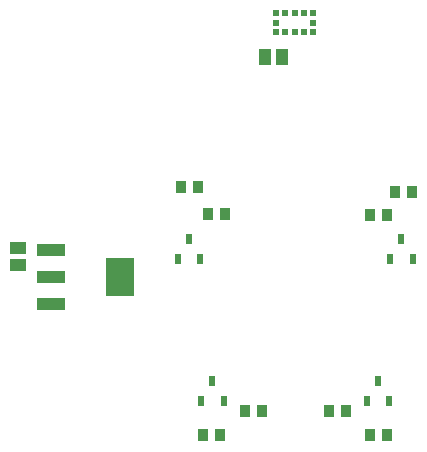
<source format=gtp>
G04 Layer_Color=7318015*
%FSLAX24Y24*%
%MOIN*%
G70*
G01*
G75*
%ADD10R,0.0433X0.0532*%
%ADD11R,0.0945X0.0394*%
%ADD12R,0.0945X0.1299*%
%ADD13R,0.0532X0.0433*%
%ADD14R,0.0354X0.0413*%
%ADD15R,0.0236X0.0354*%
%ADD16R,0.0236X0.0354*%
%ADD17R,0.0197X0.0197*%
D10*
X23189Y31535D02*
D03*
X22638D02*
D03*
D11*
X15512Y25118D02*
D03*
Y24213D02*
D03*
Y23307D02*
D03*
D12*
X17795Y24213D02*
D03*
D13*
X14409Y24606D02*
D03*
Y25157D02*
D03*
D14*
X26959Y27047D02*
D03*
X27530D02*
D03*
X26132Y26260D02*
D03*
X26703D02*
D03*
X19833Y27205D02*
D03*
X20404D02*
D03*
X24754Y19724D02*
D03*
X25325D02*
D03*
X26132Y18937D02*
D03*
X26703D02*
D03*
X21959Y19724D02*
D03*
X22530D02*
D03*
X20581Y18937D02*
D03*
X21152D02*
D03*
X20738Y26299D02*
D03*
X21309D02*
D03*
D15*
X27185Y25472D02*
D03*
X20098D02*
D03*
X26398Y20748D02*
D03*
X20886D02*
D03*
D16*
X27559Y24803D02*
D03*
X26811D02*
D03*
X20472D02*
D03*
X19724D02*
D03*
X26772Y20079D02*
D03*
X26024D02*
D03*
X21260D02*
D03*
X20512D02*
D03*
D17*
X24252Y32677D02*
D03*
X22992D02*
D03*
X24252Y32992D02*
D03*
X23937D02*
D03*
X24252Y32362D02*
D03*
X23937D02*
D03*
X22992Y32992D02*
D03*
Y32362D02*
D03*
X23307D02*
D03*
Y32992D02*
D03*
X23622D02*
D03*
Y32362D02*
D03*
M02*

</source>
